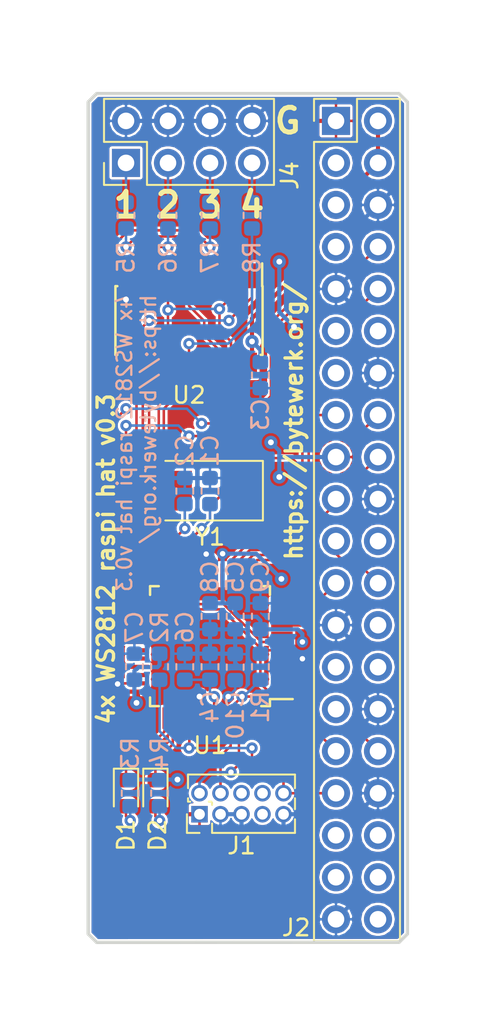
<source format=kicad_pcb>
(kicad_pcb (version 20171130) (host pcbnew 5.0.0-fee4fd1~66~ubuntu18.04.1)
  (layers (0 F.Cu signal) (31 B.Cu signal) (34 B.Paste user) (35 F.Paste user) (36 B.SilkS user) (37 F.SilkS user) (38 B.Mask user) (39 F.Mask user) (44 Edge.Cuts user))
  (net 0 "")
  (net 1 "Net-(C1-Pad1)")
  (net 2 GND)
  (net 3 "Net-(C2-Pad1)")
  (net 4 +3V3)
  (net 5 +5V)
  (net 6 "Net-(D1-Pad2)")
  (net 7 "Net-(D2-Pad2)")
  (net 8 SWDIO)
  (net 9 SWCLK)
  (net 10 "Net-(J1-Pad6)")
  (net 11 "Net-(J1-Pad7)")
  (net 12 "Net-(J1-Pad8)")
  (net 13 NRST)
  (net 14 "Net-(J2-Pad3)")
  (net 15 "Net-(J2-Pad5)")
  (net 16 "Net-(J2-Pad7)")
  (net 17 UART5_RX)
  (net 18 UART5_TX)
  (net 19 "Net-(J2-Pad11)")
  (net 20 "Net-(J2-Pad12)")
  (net 21 "Net-(J2-Pad13)")
  (net 22 GPIO_A01)
  (net 23 GPIO_A02)
  (net 24 GPIO_A03)
  (net 25 SPI0_MOSI)
  (net 26 SPI0_MISO)
  (net 27 "Net-(J2-Pad22)")
  (net 28 SPI0_SCK)
  (net 29 SPI0_CS)
  (net 30 "Net-(J2-Pad26)")
  (net 31 "Net-(J2-Pad27)")
  (net 32 "Net-(J2-Pad28)")
  (net 33 "Net-(J2-Pad29)")
  (net 34 "Net-(J2-Pad35)")
  (net 35 "Net-(J2-Pad36)")
  (net 36 "Net-(J2-Pad37)")
  (net 37 "Net-(J2-Pad38)")
  (net 38 "Net-(J2-Pad40)")
  (net 39 "Net-(J4-Pad1)")
  (net 40 "Net-(J4-Pad3)")
  (net 41 "Net-(J4-Pad5)")
  (net 42 "Net-(J4-Pad7)")
  (net 43 SPI1_MOSI)
  (net 44 SPI4_MOSI)
  (net 45 "Net-(U1-Pad8)")
  (net 46 SPI2_MOSI)
  (net 47 "Net-(U1-Pad22)")
  (net 48 SPI3_MOSI)
  (net 49 "Net-(U1-Pad27)")
  (net 50 "Net-(U1-Pad31)")
  (net 51 "Net-(U1-Pad32)")
  (net 52 "Net-(U1-Pad33)")
  (net 53 "Net-(U1-Pad34)")
  (net 54 "Net-(U1-Pad47)")
  (net 55 "Net-(U1-Pad39)")
  (net 56 "Net-(U1-Pad41)")
  (net 57 "Net-(U1-Pad2)")
  (net 58 "Net-(U1-Pad3)")
  (net 59 "Net-(U1-Pad4)")
  (net 60 "Net-(U1-Pad48)")
  (net 61 "Net-(U1-Pad28)")
  (net 62 LED0)
  (net 63 LED1)
  (net 64 "Net-(U1-Pad19)")
  (net 65 "Net-(U1-Pad20)")
  (net 66 "Net-(U1-Pad26)")
  (net 67 INVERT)
  (net 68 "Net-(C4-Pad1)")
  (net 69 "Net-(R7-Pad2)")
  (net 70 "Net-(R6-Pad2)")
  (net 71 "Net-(R5-Pad2)")
  (net 72 "Net-(R8-Pad2)")
  (module Resistor_SMD:R_0603_1608Metric (layer B.Cu) (at 104.14 57.785 270)
    (fp_text reference R8 (at 2.54 0 270) (layer B.SilkS) (effects (justify mirror)))
    (fp_text value 47R)
    (pad 2 smd roundrect (at 0.7875 0 270) (size 0.875 0.95) (layers B.Cu B.Paste B.Mask) (net 72 "Net-(R8-Pad2)"))
    (pad 1 smd roundrect (at -0.7875 0 270) (size 0.875 0.95) (layers B.Cu B.Paste B.Mask) (net 42 "Net-(J4-Pad7)"))
  )
  (module Resistor_SMD:R_0603_1608Metric (layer B.Cu) (at 96.52 57.785 270)
    (fp_text reference R5 (at 2.54 0 270) (layer B.SilkS) (effects (justify mirror)))
    (fp_text value 47R)
    (pad 1 smd roundrect (at -0.7875 0 270) (size 0.875 0.95) (layers B.Cu B.Paste B.Mask) (net 39 "Net-(J4-Pad1)"))
    (pad 2 smd roundrect (at 0.7875 0 270) (size 0.875 0.95) (layers B.Cu B.Paste B.Mask) (net 71 "Net-(R5-Pad2)"))
  )
  (module Resistor_SMD:R_0603_1608Metric (layer B.Cu) (at 99.06 57.785 270)
    (fp_text reference R6 (at 2.54 0 270) (layer B.SilkS) (effects (justify mirror)))
    (fp_text value 47R)
    (pad 2 smd roundrect (at 0.7875 0 270) (size 0.875 0.95) (layers B.Cu B.Paste B.Mask) (net 70 "Net-(R6-Pad2)"))
    (pad 1 smd roundrect (at -0.7875 0 270) (size 0.875 0.95) (layers B.Cu B.Paste B.Mask) (net 40 "Net-(J4-Pad3)"))
  )
  (module Resistor_SMD:R_0603_1608Metric (layer B.Cu) (at 101.6 57.785 270)
    (fp_text reference R7 (at 2.54 0 270) (layer B.SilkS) (effects (justify mirror)))
    (fp_text value 47R)
    (pad 1 smd roundrect (at -0.7875 0 270) (size 0.875 0.95) (layers B.Cu B.Paste B.Mask) (net 41 "Net-(J4-Pad5)"))
    (pad 2 smd roundrect (at 0.7875 0 270) (size 0.875 0.95) (layers B.Cu B.Paste B.Mask) (net 69 "Net-(R7-Pad2)"))
  )
  (module Capacitor_SMD:C_0603_1608Metric (layer B.Cu) (at 103.124 85.09 90)
    (fp_text reference C10 (at -2.921 0 90) (layer B.SilkS) (effects (justify mirror)))
    (fp_text value 100nF)
    (pad 1 smd roundrect (at -0.7875 0 90) (size 0.875 0.95) (layers B.Cu B.Paste B.Mask) (net 4 +3V3))
    (pad 2 smd roundrect (at 0.7875 0 90) (size 0.875 0.95) (layers B.Cu B.Paste B.Mask) (net 2 GND))
  )
  (module Package_SO:SOIC-14_3.9x8.7mm_P1.27mm (layer F.Cu) (at 100.33 64.135 270)
    (fp_text reference U2 (at 4.5085 0) (layer F.SilkS))
    (fp_text value 74LS86)
    (pad 1 smd rect (at -2.7 -3.81 270) (size 1.5 0.6) (layers F.Cu F.Paste F.Mask) (net 48 SPI3_MOSI))
    (pad 2 smd rect (at -2.7 -2.54 270) (size 1.5 0.6) (layers F.Cu F.Paste F.Mask) (net 67 INVERT))
    (pad 3 smd rect (at -2.7 -1.27 270) (size 1.5 0.6) (layers F.Cu F.Paste F.Mask) (net 71 "Net-(R5-Pad2)"))
    (pad 4 smd rect (at -2.7 0 270) (size 1.5 0.6) (layers F.Cu F.Paste F.Mask) (net 46 SPI2_MOSI))
    (pad 5 smd rect (at -2.7 1.27 270) (size 1.5 0.6) (layers F.Cu F.Paste F.Mask) (net 67 INVERT))
    (pad 6 smd rect (at -2.7 2.54 270) (size 1.5 0.6) (layers F.Cu F.Paste F.Mask) (net 70 "Net-(R6-Pad2)"))
    (pad 7 smd rect (at -2.7 3.81 270) (size 1.5 0.6) (layers F.Cu F.Paste F.Mask) (net 2 GND))
    (pad 8 smd rect (at 2.7 3.81 270) (size 1.5 0.6) (layers F.Cu F.Paste F.Mask) (net 69 "Net-(R7-Pad2)"))
    (pad 9 smd rect (at 2.7 2.54 270) (size 1.5 0.6) (layers F.Cu F.Paste F.Mask) (net 43 SPI1_MOSI))
    (pad 10 smd rect (at 2.7 1.27 270) (size 1.5 0.6) (layers F.Cu F.Paste F.Mask) (net 67 INVERT))
    (pad 11 smd rect (at 2.7 0 270) (size 1.5 0.6) (layers F.Cu F.Paste F.Mask) (net 72 "Net-(R8-Pad2)"))
    (pad 12 smd rect (at 2.7 -1.27 270) (size 1.5 0.6) (layers F.Cu F.Paste F.Mask) (net 44 SPI4_MOSI))
    (pad 13 smd rect (at 2.7 -2.54 270) (size 1.5 0.6) (layers F.Cu F.Paste F.Mask) (net 67 INVERT))
    (pad 14 smd rect (at 2.7 -3.81 270) (size 1.5 0.6) (layers F.Cu F.Paste F.Mask) (net 5 +5V))
  )
  (module Capacitor_SMD:C_0603_1608Metric (layer B.Cu) (at 101.6 74.4475 90)
    (fp_text reference C1 (at 2.4385 0 90) (layer B.SilkS) (effects (justify mirror)))
    (fp_text value 18pF)
    (pad 2 smd roundrect (at 0.7875 0 90) (size 0.875 0.95) (layers B.Cu B.Paste B.Mask) (net 2 GND))
    (pad 1 smd roundrect (at -0.7875 0 90) (size 0.875 0.95) (layers B.Cu B.Paste B.Mask) (net 1 "Net-(C1-Pad1)"))
  )
  (module Capacitor_SMD:C_0603_1608Metric (layer B.Cu) (at 100.076 74.4475 90)
    (fp_text reference C2 (at 2.4385 0 90) (layer B.SilkS) (effects (justify mirror)))
    (fp_text value 18pF)
    (pad 1 smd roundrect (at -0.7875 0 90) (size 0.875 0.95) (layers B.Cu B.Paste B.Mask) (net 3 "Net-(C2-Pad1)"))
    (pad 2 smd roundrect (at 0.7875 0 90) (size 0.875 0.95) (layers B.Cu B.Paste B.Mask) (net 2 GND))
  )
  (module Capacitor_SMD:C_0603_1608Metric (layer B.Cu) (at 104.648 67.437 270)
    (fp_text reference C3 (at 2.3875 0 270) (layer B.SilkS) (effects (justify mirror)))
    (fp_text value 1uF)
    (pad 2 smd roundrect (at 0.7875 0 270) (size 0.875 0.95) (layers B.Cu B.Paste B.Mask) (net 2 GND))
    (pad 1 smd roundrect (at -0.7875 0 270) (size 0.875 0.95) (layers B.Cu B.Paste B.Mask) (net 5 +5V))
  )
  (module Capacitor_SMD:C_0603_1608Metric (layer B.Cu) (at 101.6 85.0645 90)
    (fp_text reference C4 (at -2.4385 0 90) (layer B.SilkS) (effects (justify mirror)))
    (fp_text value 1uF)
    (pad 1 smd roundrect (at -0.7875 0 90) (size 0.875 0.95) (layers B.Cu B.Paste B.Mask) (net 68 "Net-(C4-Pad1)"))
    (pad 2 smd roundrect (at 0.7875 0 90) (size 0.875 0.95) (layers B.Cu B.Paste B.Mask) (net 2 GND))
  )
  (module Capacitor_SMD:C_0603_1608Metric (layer B.Cu) (at 103.124 82.0165 270)
    (fp_text reference C5 (at -2.3875 0 270) (layer B.SilkS) (effects (justify mirror)))
    (fp_text value 1uF)
    (pad 2 smd roundrect (at 0.7875 0 270) (size 0.875 0.95) (layers B.Cu B.Paste B.Mask) (net 2 GND))
    (pad 1 smd roundrect (at -0.7875 0 270) (size 0.875 0.95) (layers B.Cu B.Paste B.Mask) (net 4 +3V3))
  )
  (module Capacitor_SMD:C_0603_1608Metric (layer B.Cu) (at 100.076 85.0645 90)
    (fp_text reference C6 (at 2.3875 0 90) (layer B.SilkS) (effects (justify mirror)))
    (fp_text value 100nF)
    (pad 1 smd roundrect (at -0.7875 0 90) (size 0.875 0.95) (layers B.Cu B.Paste B.Mask) (net 68 "Net-(C4-Pad1)"))
    (pad 2 smd roundrect (at 0.7875 0 90) (size 0.875 0.95) (layers B.Cu B.Paste B.Mask) (net 2 GND))
  )
  (module Capacitor_SMD:C_0603_1608Metric (layer B.Cu) (at 97.028 85.0645 90)
    (fp_text reference C7 (at 2.3875 0 90) (layer B.SilkS) (effects (justify mirror)))
    (fp_text value 100nF)
    (pad 2 smd roundrect (at 0.7875 0 90) (size 0.875 0.95) (layers B.Cu B.Paste B.Mask) (net 2 GND))
    (pad 1 smd roundrect (at -0.7875 0 90) (size 0.875 0.95) (layers B.Cu B.Paste B.Mask) (net 4 +3V3))
  )
  (module Capacitor_SMD:C_0603_1608Metric (layer B.Cu) (at 101.6 82.0165 270)
    (fp_text reference C8 (at -2.3875 0 270) (layer B.SilkS) (effects (justify mirror)))
    (fp_text value 100nF)
    (pad 1 smd roundrect (at -0.7875 0 270) (size 0.875 0.95) (layers B.Cu B.Paste B.Mask) (net 4 +3V3))
    (pad 2 smd roundrect (at 0.7875 0 270) (size 0.875 0.95) (layers B.Cu B.Paste B.Mask) (net 2 GND))
  )
  (module Capacitor_SMD:C_0603_1608Metric (layer B.Cu) (at 104.648 82.0165 90)
    (fp_text reference C9 (at 2.3875 0 90) (layer B.SilkS) (effects (justify mirror)))
    (fp_text value 100nF)
    (pad 2 smd roundrect (at 0.7875 0 90) (size 0.875 0.95) (layers B.Cu B.Paste B.Mask) (net 2 GND))
    (pad 1 smd roundrect (at -0.7875 0 90) (size 0.875 0.95) (layers B.Cu B.Paste B.Mask) (net 4 +3V3))
  )
  (module Connector_PinHeader_1.27mm:PinHeader_2x05_P1.27mm_Vertical (layer F.Cu) (at 100.965 93.98 90)
    (fp_text reference J1 (at -1.905 2.54 180) (layer F.SilkS))
    (fp_text value Conn_ARM_JTAG_SWD_10)
    (pad 1 thru_hole rect (at 0 0 90) (size 1 1) (drill 0.65) (layers *.Cu *.Mask) (net 4 +3V3))
    (pad 2 thru_hole oval (at 1.27 0 90) (size 1 1) (drill 0.65) (layers *.Cu *.Mask) (net 8 SWDIO))
    (pad 3 thru_hole oval (at 0 1.27 90) (size 1 1) (drill 0.65) (layers *.Cu *.Mask) (net 2 GND))
    (pad 4 thru_hole oval (at 1.27 1.27 90) (size 1 1) (drill 0.65) (layers *.Cu *.Mask) (net 9 SWCLK))
    (pad 5 thru_hole oval (at 0 2.54 90) (size 1 1) (drill 0.65) (layers *.Cu *.Mask) (net 2 GND))
    (pad 6 thru_hole oval (at 1.27 2.54 90) (size 1 1) (drill 0.65) (layers *.Cu *.Mask) (net 10 "Net-(J1-Pad6)"))
    (pad 7 thru_hole oval (at 0 3.81 90) (size 1 1) (drill 0.65) (layers *.Cu *.Mask) (net 11 "Net-(J1-Pad7)"))
    (pad 8 thru_hole oval (at 1.27 3.81 90) (size 1 1) (drill 0.65) (layers *.Cu *.Mask) (net 12 "Net-(J1-Pad8)"))
    (pad 9 thru_hole oval (at 0 5.08 90) (size 1 1) (drill 0.65) (layers *.Cu *.Mask) (net 2 GND))
    (pad 10 thru_hole oval (at 1.27 5.08 90) (size 1 1) (drill 0.65) (layers *.Cu *.Mask) (net 13 NRST))
  )
  (module Connector_PinHeader_2.54mm:PinHeader_2x04_P2.54mm_Vertical (layer F.Cu) (at 96.52 54.61 90)
    (fp_text reference J4 (at -0.762 9.906 270) (layer F.SilkS))
    (fp_text value Conn_02x04_Odd_Even)
    (pad 1 thru_hole rect (at 0 0 90) (size 1.7 1.7) (drill 1) (layers *.Cu *.Mask) (net 39 "Net-(J4-Pad1)"))
    (pad 2 thru_hole oval (at 2.54 0 90) (size 1.7 1.7) (drill 1) (layers *.Cu *.Mask) (net 2 GND))
    (pad 3 thru_hole oval (at 0 2.54 90) (size 1.7 1.7) (drill 1) (layers *.Cu *.Mask) (net 40 "Net-(J4-Pad3)"))
    (pad 4 thru_hole oval (at 2.54 2.54 90) (size 1.7 1.7) (drill 1) (layers *.Cu *.Mask) (net 2 GND))
    (pad 5 thru_hole oval (at 0 5.08 90) (size 1.7 1.7) (drill 1) (layers *.Cu *.Mask) (net 41 "Net-(J4-Pad5)"))
    (pad 6 thru_hole oval (at 2.54 5.08 90) (size 1.7 1.7) (drill 1) (layers *.Cu *.Mask) (net 2 GND))
    (pad 7 thru_hole oval (at 0 7.62 90) (size 1.7 1.7) (drill 1) (layers *.Cu *.Mask) (net 42 "Net-(J4-Pad7)"))
    (pad 8 thru_hole oval (at 2.54 7.62 90) (size 1.7 1.7) (drill 1) (layers *.Cu *.Mask) (net 2 GND))
  )
  (module Connector_PinHeader_2.54mm:PinHeader_2x20_P2.54mm_Vertical (layer F.Cu) (at 109.22 52.07)
    (fp_text reference J2 (at -2.413 48.768) (layer F.SilkS))
    (fp_text value Raspberry_Pi_2_3)
    (pad 1 thru_hole rect (at 0 0) (size 1.7 1.7) (drill 1) (layers *.Cu *.Mask) (net 4 +3V3))
    (pad 2 thru_hole oval (at 2.54 0) (size 1.7 1.7) (drill 1) (layers *.Cu *.Mask) (net 5 +5V))
    (pad 3 thru_hole oval (at 0 2.54) (size 1.7 1.7) (drill 1) (layers *.Cu *.Mask) (net 14 "Net-(J2-Pad3)"))
    (pad 4 thru_hole oval (at 2.54 2.54) (size 1.7 1.7) (drill 1) (layers *.Cu *.Mask) (net 5 +5V))
    (pad 5 thru_hole oval (at 0 5.08) (size 1.7 1.7) (drill 1) (layers *.Cu *.Mask) (net 15 "Net-(J2-Pad5)"))
    (pad 6 thru_hole oval (at 2.54 5.08) (size 1.7 1.7) (drill 1) (layers *.Cu *.Mask) (net 2 GND))
    (pad 7 thru_hole oval (at 0 7.62) (size 1.7 1.7) (drill 1) (layers *.Cu *.Mask) (net 16 "Net-(J2-Pad7)"))
    (pad 8 thru_hole oval (at 2.54 7.62) (size 1.7 1.7) (drill 1) (layers *.Cu *.Mask) (net 17 UART5_RX))
    (pad 9 thru_hole oval (at 0 10.16) (size 1.7 1.7) (drill 1) (layers *.Cu *.Mask) (net 2 GND))
    (pad 10 thru_hole oval (at 2.54 10.16) (size 1.7 1.7) (drill 1) (layers *.Cu *.Mask) (net 18 UART5_TX))
    (pad 11 thru_hole oval (at 0 12.7) (size 1.7 1.7) (drill 1) (layers *.Cu *.Mask) (net 19 "Net-(J2-Pad11)"))
    (pad 12 thru_hole oval (at 2.54 12.7) (size 1.7 1.7) (drill 1) (layers *.Cu *.Mask) (net 20 "Net-(J2-Pad12)"))
    (pad 13 thru_hole oval (at 0 15.24) (size 1.7 1.7) (drill 1) (layers *.Cu *.Mask) (net 21 "Net-(J2-Pad13)"))
    (pad 14 thru_hole oval (at 2.54 15.24) (size 1.7 1.7) (drill 1) (layers *.Cu *.Mask) (net 2 GND))
    (pad 15 thru_hole oval (at 0 17.78) (size 1.7 1.7) (drill 1) (layers *.Cu *.Mask) (net 22 GPIO_A01))
    (pad 16 thru_hole oval (at 2.54 17.78) (size 1.7 1.7) (drill 1) (layers *.Cu *.Mask) (net 23 GPIO_A02))
    (pad 17 thru_hole oval (at 0 20.32) (size 1.7 1.7) (drill 1) (layers *.Cu *.Mask) (net 4 +3V3))
    (pad 18 thru_hole oval (at 2.54 20.32) (size 1.7 1.7) (drill 1) (layers *.Cu *.Mask) (net 24 GPIO_A03))
    (pad 19 thru_hole oval (at 0 22.86) (size 1.7 1.7) (drill 1) (layers *.Cu *.Mask) (net 25 SPI0_MOSI))
    (pad 20 thru_hole oval (at 2.54 22.86) (size 1.7 1.7) (drill 1) (layers *.Cu *.Mask) (net 2 GND))
    (pad 21 thru_hole oval (at 0 25.4) (size 1.7 1.7) (drill 1) (layers *.Cu *.Mask) (net 26 SPI0_MISO))
    (pad 22 thru_hole oval (at 2.54 25.4) (size 1.7 1.7) (drill 1) (layers *.Cu *.Mask) (net 27 "Net-(J2-Pad22)"))
    (pad 23 thru_hole oval (at 0 27.94) (size 1.7 1.7) (drill 1) (layers *.Cu *.Mask) (net 28 SPI0_SCK))
    (pad 24 thru_hole oval (at 2.54 27.94) (size 1.7 1.7) (drill 1) (layers *.Cu *.Mask) (net 29 SPI0_CS))
    (pad 25 thru_hole oval (at 0 30.48) (size 1.7 1.7) (drill 1) (layers *.Cu *.Mask) (net 2 GND))
    (pad 26 thru_hole oval (at 2.54 30.48) (size 1.7 1.7) (drill 1) (layers *.Cu *.Mask) (net 30 "Net-(J2-Pad26)"))
    (pad 27 thru_hole oval (at 0 33.02) (size 1.7 1.7) (drill 1) (layers *.Cu *.Mask) (net 31 "Net-(J2-Pad27)"))
    (pad 28 thru_hole oval (at 2.54 33.02) (size 1.7 1.7) (drill 1) (layers *.Cu *.Mask) (net 32 "Net-(J2-Pad28)"))
    (pad 29 thru_hole oval (at 0 35.56) (size 1.7 1.7) (drill 1) (layers *.Cu *.Mask) (net 33 "Net-(J2-Pad29)"))
    (pad 30 thru_hole oval (at 2.54 35.56) (size 1.7 1.7) (drill 1) (layers *.Cu *.Mask) (net 2 GND))
    (pad 31 thru_hole oval (at 0 38.1) (size 1.7 1.7) (drill 1) (layers *.Cu *.Mask) (net 8 SWDIO))
    (pad 32 thru_hole oval (at 2.54 38.1) (size 1.7 1.7) (drill 1) (layers *.Cu *.Mask) (net 9 SWCLK))
    (pad 33 thru_hole oval (at 0 40.64) (size 1.7 1.7) (drill 1) (layers *.Cu *.Mask) (net 13 NRST))
    (pad 34 thru_hole oval (at 2.54 40.64) (size 1.7 1.7) (drill 1) (layers *.Cu *.Mask) (net 2 GND))
    (pad 35 thru_hole oval (at 0 43.18) (size 1.7 1.7) (drill 1) (layers *.Cu *.Mask) (net 34 "Net-(J2-Pad35)"))
    (pad 36 thru_hole oval (at 2.54 43.18) (size 1.7 1.7) (drill 1) (layers *.Cu *.Mask) (net 35 "Net-(J2-Pad36)"))
    (pad 37 thru_hole oval (at 0 45.72) (size 1.7 1.7) (drill 1) (layers *.Cu *.Mask) (net 36 "Net-(J2-Pad37)"))
    (pad 38 thru_hole oval (at 2.54 45.72) (size 1.7 1.7) (drill 1) (layers *.Cu *.Mask) (net 37 "Net-(J2-Pad38)"))
    (pad 39 thru_hole oval (at 0 48.26) (size 1.7 1.7) (drill 1) (layers *.Cu *.Mask) (net 2 GND))
    (pad 40 thru_hole oval (at 2.54 48.26) (size 1.7 1.7) (drill 1) (layers *.Cu *.Mask) (net 38 "Net-(J2-Pad40)"))
  )
  (module Crystal:Crystal_SMD_Abracon_ABM3-2Pin_5.0x3.2mm (layer F.Cu) (at 101.6 74.422 180)
    (fp_text reference Y1 (at 0 -2.8 180) (layer F.SilkS))
    (fp_text value 8MHz)
    (pad 1 smd rect (at -2.05 0 180) (size 1.9 2.4) (layers F.Cu F.Paste F.Mask) (net 1 "Net-(C1-Pad1)"))
    (pad 2 smd rect (at 2.05 0 180) (size 1.9 2.4) (layers F.Cu F.Paste F.Mask) (net 3 "Net-(C2-Pad1)"))
  )
  (module LED_SMD:LED_0603_1608Metric (layer F.Cu) (at 96.52 92.71 270)
    (fp_text reference D1 (at 2.54 0 270) (layer F.SilkS))
    (fp_text value red)
    (pad 2 smd roundrect (at 0.7875 0 270) (size 0.875 0.95) (layers F.Cu F.Paste F.Mask) (net 6 "Net-(D1-Pad2)"))
    (pad 1 smd roundrect (at -0.7875 0 270) (size 0.875 0.95) (layers F.Cu F.Paste F.Mask) (net 62 LED0))
  )
  (module LED_SMD:LED_0603_1608Metric (layer F.Cu) (at 98.298 92.71 270)
    (fp_text reference D2 (at 2.54 -0.127 270) (layer F.SilkS))
    (fp_text value yellow)
    (pad 1 smd roundrect (at -0.7875 0 270) (size 0.875 0.95) (layers F.Cu F.Paste F.Mask) (net 63 LED1))
    (pad 2 smd roundrect (at 0.7875 0 270) (size 0.875 0.95) (layers F.Cu F.Paste F.Mask) (net 7 "Net-(D2-Pad2)"))
  )
  (module Package_QFP:TQFP-48_7x7mm_P0.5mm (layer F.Cu) (at 101.6 83.82 180)
    (fp_text reference U1 (at 0 -6 180) (layer F.SilkS))
    (fp_text value SAMC21G18A-A)
    (pad 1 smd rect (at -4.35 -2.75 180) (size 1.3 0.25) (layers F.Cu F.Paste F.Mask) (net 43 SPI1_MOSI))
    (pad 2 smd rect (at -4.35 -2.25 180) (size 1.3 0.25) (layers F.Cu F.Paste F.Mask) (net 57 "Net-(U1-Pad2)"))
    (pad 3 smd rect (at -4.35 -1.75 180) (size 1.3 0.25) (layers F.Cu F.Paste F.Mask) (net 58 "Net-(U1-Pad3)"))
    (pad 4 smd rect (at -4.35 -1.25 180) (size 1.3 0.25) (layers F.Cu F.Paste F.Mask) (net 59 "Net-(U1-Pad4)"))
    (pad 5 smd rect (at -4.35 -0.75 180) (size 1.3 0.25) (layers F.Cu F.Paste F.Mask) (net 2 GND))
    (pad 6 smd rect (at -4.35 -0.25 180) (size 1.3 0.25) (layers F.Cu F.Paste F.Mask) (net 4 +3V3))
    (pad 7 smd rect (at -4.35 0.25 180) (size 1.3 0.25) (layers F.Cu F.Paste F.Mask) (net 44 SPI4_MOSI))
    (pad 8 smd rect (at -4.35 0.75 180) (size 1.3 0.25) (layers F.Cu F.Paste F.Mask) (net 45 "Net-(U1-Pad8)"))
    (pad 9 smd rect (at -4.35 1.25 180) (size 1.3 0.25) (layers F.Cu F.Paste F.Mask) (net 26 SPI0_MISO))
    (pad 10 smd rect (at -4.35 1.75 180) (size 1.3 0.25) (layers F.Cu F.Paste F.Mask) (net 28 SPI0_SCK))
    (pad 11 smd rect (at -4.35 2.25 180) (size 1.3 0.25) (layers F.Cu F.Paste F.Mask) (net 29 SPI0_CS))
    (pad 12 smd rect (at -4.35 2.75 180) (size 1.3 0.25) (layers F.Cu F.Paste F.Mask) (net 25 SPI0_MOSI))
    (pad 13 smd rect (at -2.75 4.35 270) (size 1.3 0.25) (layers F.Cu F.Paste F.Mask) (net 24 GPIO_A03))
    (pad 14 smd rect (at -2.25 4.35 270) (size 1.3 0.25) (layers F.Cu F.Paste F.Mask) (net 23 GPIO_A02))
    (pad 15 smd rect (at -1.75 4.35 270) (size 1.3 0.25) (layers F.Cu F.Paste F.Mask) (net 22 GPIO_A01))
    (pad 16 smd rect (at -1.25 4.35 270) (size 1.3 0.25) (layers F.Cu F.Paste F.Mask) (net 67 INVERT))
    (pad 17 smd rect (at -0.75 4.35 270) (size 1.3 0.25) (layers F.Cu F.Paste F.Mask) (net 4 +3V3))
    (pad 18 smd rect (at -0.25 4.35 270) (size 1.3 0.25) (layers F.Cu F.Paste F.Mask) (net 2 GND))
    (pad 19 smd rect (at 0.25 4.35 270) (size 1.3 0.25) (layers F.Cu F.Paste F.Mask) (net 64 "Net-(U1-Pad19)"))
    (pad 20 smd rect (at 0.75 4.35 270) (size 1.3 0.25) (layers F.Cu F.Paste F.Mask) (net 65 "Net-(U1-Pad20)"))
    (pad 21 smd rect (at 1.25 4.35 270) (size 1.3 0.25) (layers F.Cu F.Paste F.Mask) (net 46 SPI2_MOSI))
    (pad 22 smd rect (at 1.75 4.35 270) (size 1.3 0.25) (layers F.Cu F.Paste F.Mask) (net 47 "Net-(U1-Pad22)"))
    (pad 23 smd rect (at 2.25 4.35 270) (size 1.3 0.25) (layers F.Cu F.Paste F.Mask) (net 1 "Net-(C1-Pad1)"))
    (pad 24 smd rect (at 2.75 4.35 270) (size 1.3 0.25) (layers F.Cu F.Paste F.Mask) (net 3 "Net-(C2-Pad1)"))
    (pad 25 smd rect (at 4.35 2.75 180) (size 1.3 0.25) (layers F.Cu F.Paste F.Mask) (net 48 SPI3_MOSI))
    (pad 26 smd rect (at 4.35 2.25 180) (size 1.3 0.25) (layers F.Cu F.Paste F.Mask) (net 66 "Net-(U1-Pad26)"))
    (pad 27 smd rect (at 4.35 1.75 180) (size 1.3 0.25) (layers F.Cu F.Paste F.Mask) (net 49 "Net-(U1-Pad27)"))
    (pad 28 smd rect (at 4.35 1.25 180) (size 1.3 0.25) (layers F.Cu F.Paste F.Mask) (net 61 "Net-(U1-Pad28)"))
    (pad 29 smd rect (at 4.35 0.75 180) (size 1.3 0.25) (layers F.Cu F.Paste F.Mask) (net 18 UART5_TX))
    (pad 30 smd rect (at 4.35 0.25 180) (size 1.3 0.25) (layers F.Cu F.Paste F.Mask) (net 17 UART5_RX))
    (pad 31 smd rect (at 4.35 -0.25 180) (size 1.3 0.25) (layers F.Cu F.Paste F.Mask) (net 50 "Net-(U1-Pad31)"))
    (pad 32 smd rect (at 4.35 -0.75 180) (size 1.3 0.25) (layers F.Cu F.Paste F.Mask) (net 51 "Net-(U1-Pad32)"))
    (pad 33 smd rect (at 4.35 -1.25 180) (size 1.3 0.25) (layers F.Cu F.Paste F.Mask) (net 52 "Net-(U1-Pad33)"))
    (pad 34 smd rect (at 4.35 -1.75 180) (size 1.3 0.25) (layers F.Cu F.Paste F.Mask) (net 53 "Net-(U1-Pad34)"))
    (pad 35 smd rect (at 4.35 -2.25 180) (size 1.3 0.25) (layers F.Cu F.Paste F.Mask) (net 2 GND))
    (pad 36 smd rect (at 4.35 -2.75 180) (size 1.3 0.25) (layers F.Cu F.Paste F.Mask) (net 4 +3V3))
    (pad 37 smd rect (at 2.75 -4.35 270) (size 1.3 0.25) (layers F.Cu F.Paste F.Mask) (net 62 LED0))
    (pad 38 smd rect (at 2.25 -4.35 270) (size 1.3 0.25) (layers F.Cu F.Paste F.Mask) (net 63 LED1))
    (pad 39 smd rect (at 1.75 -4.35 270) (size 1.3 0.25) (layers F.Cu F.Paste F.Mask) (net 55 "Net-(U1-Pad39)"))
    (pad 40 smd rect (at 1.25 -4.35 270) (size 1.3 0.25) (layers F.Cu F.Paste F.Mask) (net 13 NRST))
    (pad 41 smd rect (at 0.75 -4.35 270) (size 1.3 0.25) (layers F.Cu F.Paste F.Mask) (net 56 "Net-(U1-Pad41)"))
    (pad 42 smd rect (at 0.25 -4.35 270) (size 1.3 0.25) (layers F.Cu F.Paste F.Mask) (net 2 GND))
    (pad 43 smd rect (at -0.25 -4.35 270) (size 1.3 0.25) (layers F.Cu F.Paste F.Mask) (net 68 "Net-(C4-Pad1)"))
    (pad 44 smd rect (at -0.75 -4.35 270) (size 1.3 0.25) (layers F.Cu F.Paste F.Mask) (net 4 +3V3))
    (pad 45 smd rect (at -1.25 -4.35 270) (size 1.3 0.25) (layers F.Cu F.Paste F.Mask) (net 9 SWCLK))
    (pad 46 smd rect (at -1.75 -4.35 270) (size 1.3 0.25) (layers F.Cu F.Paste F.Mask) (net 8 SWDIO))
    (pad 47 smd rect (at -2.25 -4.35 270) (size 1.3 0.25) (layers F.Cu F.Paste F.Mask) (net 54 "Net-(U1-Pad47)"))
    (pad 48 smd rect (at -2.75 -4.35 270) (size 1.3 0.25) (layers F.Cu F.Paste F.Mask) (net 60 "Net-(U1-Pad48)"))
  )
  (module Resistor_SMD:R_0603_1608Metric (layer B.Cu) (at 96.774 92.71 270)
    (fp_text reference R3 (at -2.413 0 270) (layer B.SilkS) (effects (justify mirror)))
    (fp_text value 1K)
    (pad 2 smd roundrect (at 0.7875 0 270) (size 0.875 0.95) (layers B.Cu B.Paste B.Mask) (net 6 "Net-(D1-Pad2)"))
    (pad 1 smd roundrect (at -0.7875 0 270) (size 0.875 0.95) (layers B.Cu B.Paste B.Mask) (net 4 +3V3))
  )
  (module Resistor_SMD:R_0603_1608Metric (layer B.Cu) (at 98.552 92.71 270)
    (fp_text reference R4 (at -2.413 0 270) (layer B.SilkS) (effects (justify mirror)))
    (fp_text value 1K)
    (pad 1 smd roundrect (at -0.7875 0 270) (size 0.875 0.95) (layers B.Cu B.Paste B.Mask) (net 4 +3V3))
    (pad 2 smd roundrect (at 0.7875 0 270) (size 0.875 0.95) (layers B.Cu B.Paste B.Mask) (net 7 "Net-(D2-Pad2)"))
  )
  (module Resistor_SMD:R_0603_1608Metric (layer B.Cu) (at 104.648 85.0645 270)
    (fp_text reference R1 (at 2.4385 0 270) (layer B.SilkS) (effects (justify mirror)))
    (fp_text value 10K)
    (pad 2 smd roundrect (at 0.7875 0 270) (size 0.875 0.95) (layers B.Cu B.Paste B.Mask) (net 9 SWCLK))
    (pad 1 smd roundrect (at -0.7875 0 270) (size 0.875 0.95) (layers B.Cu B.Paste B.Mask) (net 4 +3V3))
  )
  (module Resistor_SMD:R_0603_1608Metric (layer B.Cu) (at 98.552 85.0645 270)
    (fp_text reference R2 (at -2.3875 0 270) (layer B.SilkS) (effects (justify mirror)))
    (fp_text value 10K)
    (pad 1 smd roundrect (at -0.7875 0 270) (size 0.875 0.95) (layers B.Cu B.Paste B.Mask) (net 4 +3V3))
    (pad 2 smd roundrect (at 0.7875 0 270) (size 0.875 0.95) (layers B.Cu B.Paste B.Mask) (net 13 NRST))
  )
  (gr_text G (at 106.299 52.07) (layer F.SilkS) (effects (font (size 1.5 1.5) (thickness 0.3))))
  (gr_text 4 (at 104.14 57.15) (layer F.SilkS) (effects (font (size 1.5 1.5) (thickness 0.3))))
  (gr_text 3 (at 101.6 57.15) (layer F.SilkS) (effects (font (size 1.5 1.5) (thickness 0.3))))
  (gr_text 2 (at 99.06 57.15) (layer F.SilkS) (effects (font (size 1.5 1.5) (thickness 0.3))))
  (gr_text 1 (at 96.52 57.15) (layer F.SilkS) (effects (font (size 1.5 1.5) (thickness 0.3))))
  (gr_text "4x WS2812 raspi hat v0.3" (at 95.3135 78.5495 90) (layer F.SilkS) (effects (font (size 1 1) (thickness 0.2))))
  (gr_text https://bytewerk.org/ (at 106.68 70.231 90) (layer F.SilkS) (effects (font (size 1 1) (thickness 0.2))))
  (gr_text "4x WS2812 raspi hat v0.3\nhttps://bytewerk.org/" (at 97.155 62.484 90) (layer B.SilkS) (effects (font (size 0.9 0.9) (thickness 0.14)) (justify left mirror)))
  (gr_line (start 94.234 101.219) (end 94.234 50.927) (layer Edge.Cuts) (width 0.2))
  (gr_line (start 94.742 101.727) (end 94.242 101.227) (layer Edge.Cuts) (width 0.2))
  (gr_line (start 113.038 101.719) (end 94.742 101.727) (layer Edge.Cuts) (width 0.2))
  (gr_line (start 113.538 101.219) (end 113.038 101.719) (layer Edge.Cuts) (width 0.2))
  (gr_line (start 113.538 50.927) (end 113.538 101.177) (layer Edge.Cuts) (width 0.2))
  (gr_line (start 113.03 50.419) (end 113.53 50.919) (layer Edge.Cuts) (width 0.2))
  (gr_line (start 94.742 50.419) (end 113.03 50.419) (layer Edge.Cuts) (width 0.2))
  (gr_line (start 94.242 50.919) (end 94.742 50.419) (layer Edge.Cuts) (width 0.2))
  (via (at 101.092 76.708) (size 0.6858) (drill 0.3302) (layers F.Cu B.Cu) (net 1))
  (segment (start 99.35 79.47) (end 99.35 78.45) (width 0.1524) (layer F.Cu) (net 1))
  (segment (start 99.35 78.45) (end 101.092 76.708) (width 0.1524) (layer F.Cu) (net 1))
  (segment (start 101.6 76.2) (end 101.6 75.235) (width 0.1524) (layer B.Cu) (net 1))
  (segment (start 101.092 76.708) (end 101.6 76.2) (width 0.1524) (layer B.Cu) (net 1))
  (segment (start 102.5525 74.422) (end 103.65 74.422) (width 0.1524) (layer F.Cu) (net 1))
  (segment (start 101.6 75.3745) (end 102.5525 74.422) (width 0.1524) (layer F.Cu) (net 1))
  (segment (start 101.092 76.708) (end 101.6 76.2) (width 0.1524) (layer F.Cu) (net 1))
  (segment (start 101.6 76.2) (end 101.6 75.3745) (width 0.1524) (layer F.Cu) (net 1))
  (via (at 101.369112 78.255112) (size 0.6858) (drill 0.3302) (layers F.Cu B.Cu) (net 2))
  (segment (start 102.235 93.98) (end 103.505 93.98) (width 0.25) (layer B.Cu) (net 2))
  (segment (start 103.505 94.687106) (end 103.505 93.98) (width 0.25) (layer B.Cu) (net 2))
  (segment (start 103.813894 94.996) (end 103.505 94.687106) (width 0.25) (layer B.Cu) (net 2))
  (segment (start 105.736106 94.996) (end 103.813894 94.996) (width 0.25) (layer B.Cu) (net 2))
  (segment (start 106.045 94.687106) (end 105.736106 94.996) (width 0.25) (layer B.Cu) (net 2))
  (segment (start 106.045 93.98) (end 106.045 94.687106) (width 0.25) (layer B.Cu) (net 2))
  (segment (start 110.910001 93.559999) (end 111.76 92.71) (width 0.25) (layer B.Cu) (net 2))
  (segment (start 110.49 93.98) (end 110.910001 93.559999) (width 0.25) (layer B.Cu) (net 2))
  (segment (start 109.22 100.33) (end 110.49 99.06) (width 0.25) (layer B.Cu) (net 2))
  (segment (start 110.49 99.06) (end 110.49 93.98) (width 0.25) (layer B.Cu) (net 2))
  (segment (start 106.045 93.98) (end 110.49 93.98) (width 0.25) (layer B.Cu) (net 2))
  (segment (start 110.910001 88.479999) (end 111.76 87.63) (width 0.25) (layer B.Cu) (net 2))
  (segment (start 110.49 88.9) (end 110.910001 88.479999) (width 0.25) (layer B.Cu) (net 2))
  (segment (start 111.76 92.71) (end 110.49 91.44) (width 0.25) (layer B.Cu) (net 2))
  (segment (start 110.49 91.44) (end 110.49 88.9) (width 0.25) (layer B.Cu) (net 2))
  (segment (start 110.910001 75.779999) (end 111.76 74.93) (width 0.25) (layer B.Cu) (net 2))
  (segment (start 110.49 76.2) (end 110.910001 75.779999) (width 0.25) (layer B.Cu) (net 2))
  (segment (start 109.22 82.55) (end 110.49 81.28) (width 0.25) (layer B.Cu) (net 2))
  (segment (start 110.49 81.28) (end 110.49 76.2) (width 0.25) (layer B.Cu) (net 2))
  (segment (start 110.910001 68.159999) (end 111.76 67.31) (width 0.25) (layer B.Cu) (net 2))
  (segment (start 110.49 68.58) (end 110.910001 68.159999) (width 0.25) (layer B.Cu) (net 2))
  (segment (start 111.76 74.93) (end 110.49 73.66) (width 0.25) (layer B.Cu) (net 2))
  (segment (start 110.069999 63.079999) (end 109.22 62.23) (width 0.25) (layer B.Cu) (net 2))
  (segment (start 110.49 63.5) (end 110.069999 63.079999) (width 0.25) (layer B.Cu) (net 2))
  (segment (start 111.76 67.31) (end 110.49 66.04) (width 0.25) (layer B.Cu) (net 2))
  (segment (start 110.49 66.04) (end 110.49 63.5) (width 0.25) (layer B.Cu) (net 2))
  (segment (start 110.49 58.42) (end 110.910001 57.999999) (width 0.25) (layer B.Cu) (net 2))
  (segment (start 109.22 62.23) (end 110.49 60.96) (width 0.25) (layer B.Cu) (net 2))
  (segment (start 110.910001 57.999999) (end 111.76 57.15) (width 0.25) (layer B.Cu) (net 2))
  (segment (start 110.49 60.96) (end 110.49 58.42) (width 0.25) (layer B.Cu) (net 2))
  (segment (start 104.989999 51.220001) (end 104.14 52.07) (width 0.25) (layer B.Cu) (net 2))
  (segment (start 112.301153 50.942599) (end 105.267401 50.942599) (width 0.25) (layer B.Cu) (net 2))
  (segment (start 112.887401 51.528847) (end 112.301153 50.942599) (width 0.25) (layer B.Cu) (net 2))
  (segment (start 112.887401 56.022599) (end 112.887401 51.528847) (width 0.25) (layer B.Cu) (net 2))
  (segment (start 105.267401 50.942599) (end 104.989999 51.220001) (width 0.25) (layer B.Cu) (net 2))
  (segment (start 111.76 57.15) (end 112.887401 56.022599) (width 0.25) (layer B.Cu) (net 2))
  (segment (start 104.14 52.07) (end 101.6 52.07) (width 0.25) (layer B.Cu) (net 2))
  (segment (start 101.6 52.07) (end 99.06 52.07) (width 0.25) (layer B.Cu) (net 2))
  (segment (start 99.06 52.07) (end 96.52 52.07) (width 0.25) (layer B.Cu) (net 2))
  (segment (start 101.6 82.804) (end 103.124 82.804) (width 0.25) (layer B.Cu) (net 2))
  (segment (start 103.124 82.804) (end 103.124 84.277) (width 0.25) (layer B.Cu) (net 2))
  (segment (start 103.124 84.277) (end 101.6 84.277) (width 0.25) (layer B.Cu) (net 2))
  (segment (start 101.6 84.277) (end 101.6 82.804) (width 0.25) (layer B.Cu) (net 2))
  (segment (start 101.6 84.277) (end 100.076 84.277) (width 0.25) (layer B.Cu) (net 2))
  (segment (start 100.076 73.66) (end 101.6 73.66) (width 0.25) (layer B.Cu) (net 2))
  (segment (start 100.076 73.66) (end 99.06 73.66) (width 0.25) (layer B.Cu) (net 2))
  (segment (start 99.06 73.66) (end 98.552 74.168) (width 0.25) (layer B.Cu) (net 2))
  (segment (start 98.575112 78.255112) (end 98.552 78.232) (width 0.25) (layer B.Cu) (net 2))
  (segment (start 101.369112 78.255112) (end 98.575112 78.255112) (width 0.25) (layer B.Cu) (net 2))
  (segment (start 98.552 74.168) (end 98.552 78.232) (width 0.25) (layer B.Cu) (net 2))
  (segment (start 101.85 79.47) (end 101.85 78.482) (width 0.1524) (layer F.Cu) (net 2))
  (segment (start 101.623112 78.255112) (end 101.369112 78.255112) (width 0.1524) (layer F.Cu) (net 2))
  (segment (start 101.85 78.482) (end 101.623112 78.255112) (width 0.1524) (layer F.Cu) (net 2))
  (segment (start 110.439 68.631) (end 110.49 68.58) (width 0.25) (layer B.Cu) (net 2))
  (segment (start 110.49 73.66) (end 110.49 71.12) (width 0.25) (layer B.Cu) (net 2))
  (segment (start 110.49 71.12) (end 110.49 68.58) (width 0.25) (layer B.Cu) (net 2))
  (segment (start 106.68 85.09) (end 103.378 85.09) (width 0.25) (layer B.Cu) (net 2))
  (segment (start 103.124 84.836) (end 103.124 84.277) (width 0.25) (layer B.Cu) (net 2))
  (segment (start 103.378 85.09) (end 103.124 84.836) (width 0.25) (layer B.Cu) (net 2))
  (via (at 107.188 84.582) (size 0.6858) (drill 0.3302) (layers F.Cu B.Cu) (net 2))
  (segment (start 107.188 84.582) (end 106.68 85.09) (width 0.25) (layer B.Cu) (net 2))
  (segment (start 105.95 84.57) (end 107.176 84.57) (width 0.1524) (layer F.Cu) (net 2))
  (segment (start 107.176 84.57) (end 107.188 84.582) (width 0.1524) (layer F.Cu) (net 2))
  (segment (start 106.68 85.09) (end 106.845101 84.924899) (width 0.1524) (layer B.Cu) (net 2))
  (segment (start 106.845101 84.924899) (end 107.188 84.582) (width 0.1524) (layer B.Cu) (net 2))
  (segment (start 110.069999 83.399999) (end 109.22 82.55) (width 0.25) (layer B.Cu) (net 2))
  (segment (start 110.49 83.82) (end 110.069999 83.399999) (width 0.25) (layer B.Cu) (net 2))
  (segment (start 110.49 86.36) (end 110.49 83.82) (width 0.25) (layer B.Cu) (net 2))
  (segment (start 111.76 87.63) (end 110.49 86.36) (width 0.25) (layer B.Cu) (net 2))
  (segment (start 101.35 87.253) (end 100.965 86.868) (width 0.25) (layer F.Cu) (net 2))
  (segment (start 101.35 88.17) (end 101.35 87.253) (width 0.25) (layer F.Cu) (net 2))
  (via (at 100.965 86.868) (size 0.8) (drill 0.35) (layers F.Cu B.Cu) (net 2))
  (segment (start 97.25 86.07) (end 96.048 86.07) (width 0.1524) (layer F.Cu) (net 2))
  (segment (start 96.012 85.621067) (end 96.012 86.106) (width 0.25) (layer B.Cu) (net 2))
  (via (at 96.012 86.106) (size 0.6858) (drill 0.3302) (layers F.Cu B.Cu) (net 2))
  (segment (start 98.552 78.232) (end 96.012 80.772) (width 0.25) (layer B.Cu) (net 2))
  (segment (start 96.048 86.07) (end 96.012 86.106) (width 0.1524) (layer F.Cu) (net 2))
  (segment (start 96.012 80.772) (end 96.012 85.621067) (width 0.25) (layer B.Cu) (net 2))
  (via (at 96.52 62.865) (size 0.8) (drill 0.35) (layers F.Cu B.Cu) (net 2))
  (segment (start 96.52 61.435) (end 96.52 62.865) (width 0.25) (layer F.Cu) (net 2))
  (segment (start 98.85 79.47) (end 98.85 77.934) (width 0.1524) (layer F.Cu) (net 3))
  (via (at 100.076 76.708) (size 0.6858) (drill 0.3302) (layers F.Cu B.Cu) (net 3))
  (segment (start 98.85 77.934) (end 100.076 76.708) (width 0.1524) (layer F.Cu) (net 3))
  (segment (start 100.076 76.708) (end 100.076 75.235) (width 0.1524) (layer B.Cu) (net 3))
  (segment (start 100.076 74.948) (end 99.55 74.422) (width 0.1524) (layer F.Cu) (net 3))
  (segment (start 100.076 76.708) (end 100.076 74.948) (width 0.1524) (layer F.Cu) (net 3))
  (segment (start 103.378 82.042) (end 104.4235 82.042) (width 0.1524) (layer B.Cu) (net 4))
  (segment (start 104.648 82.2665) (end 104.4235 82.042) (width 0.25) (layer B.Cu) (net 4))
  (segment (start 104.648 82.804) (end 104.648 82.2665) (width 0.25) (layer B.Cu) (net 4))
  (segment (start 104.4235 82.042) (end 103.937 82.042) (width 0.25) (layer B.Cu) (net 4))
  (segment (start 103.937 82.042) (end 103.378 82.042) (width 0.25) (layer B.Cu) (net 4))
  (segment (start 103.124 81.788) (end 103.124 81.229) (width 0.25) (layer B.Cu) (net 4))
  (segment (start 103.378 82.042) (end 103.124 81.788) (width 0.25) (layer B.Cu) (net 4))
  (segment (start 104.648 84.277) (end 104.648 82.804) (width 0.25) (layer B.Cu) (net 4))
  (via (at 102.363559 78.231239) (size 0.6858) (drill 0.3302) (layers F.Cu B.Cu) (net 4))
  (segment (start 102.35 78.244798) (end 102.363559 78.231239) (width 0.1524) (layer F.Cu) (net 4))
  (segment (start 102.35 79.47) (end 102.35 78.244798) (width 0.1524) (layer F.Cu) (net 4))
  (segment (start 102.827581 86.247699) (end 104.281699 86.247699) (width 0.25) (layer F.Cu) (net 4))
  (segment (start 106.7524 84.07) (end 107.188 83.6344) (width 0.1524) (layer F.Cu) (net 4))
  (segment (start 105.156 87.122) (end 106.934 87.122) (width 0.25) (layer F.Cu) (net 4))
  (segment (start 106.934 87.122) (end 107.808301 86.247699) (width 0.25) (layer F.Cu) (net 4))
  (segment (start 105.95 84.07) (end 106.7524 84.07) (width 0.1524) (layer F.Cu) (net 4))
  (via (at 107.188 83.566) (size 0.6858) (drill 0.3302) (layers F.Cu B.Cu) (net 4))
  (segment (start 107.188 83.6344) (end 107.188 83.566) (width 0.1524) (layer F.Cu) (net 4))
  (segment (start 107.808301 86.247699) (end 107.808301 84.186301) (width 0.25) (layer F.Cu) (net 4))
  (segment (start 107.530899 83.908899) (end 107.188 83.566) (width 0.25) (layer F.Cu) (net 4))
  (segment (start 104.281699 86.247699) (end 105.156 87.122) (width 0.25) (layer F.Cu) (net 4))
  (segment (start 107.808301 84.186301) (end 107.530899 83.908899) (width 0.25) (layer F.Cu) (net 4))
  (segment (start 102.692213 86.383067) (end 102.827581 86.247699) (width 0.25) (layer F.Cu) (net 4))
  (segment (start 105.223 82.804) (end 104.648 82.804) (width 0.25) (layer B.Cu) (net 4))
  (segment (start 106.910933 82.804) (end 105.223 82.804) (width 0.25) (layer B.Cu) (net 4))
  (segment (start 107.188 83.081067) (end 106.910933 82.804) (width 0.25) (layer B.Cu) (net 4))
  (segment (start 107.188 83.566) (end 107.188 83.081067) (width 0.25) (layer B.Cu) (net 4))
  (segment (start 102.363559 81.227441) (end 102.362 81.229) (width 0.25) (layer B.Cu) (net 4))
  (segment (start 102.363559 78.231239) (end 102.363559 81.227441) (width 0.25) (layer B.Cu) (net 4))
  (segment (start 101.6 81.229) (end 102.362 81.229) (width 0.25) (layer B.Cu) (net 4))
  (segment (start 102.362 81.229) (end 103.124 81.229) (width 0.25) (layer B.Cu) (net 4))
  (segment (start 109.22 72.39) (end 106.9975 72.39) (width 0.25) (layer B.Cu) (net 4))
  (via (at 105.791 73.5965) (size 0.8) (drill 0.35) (layers F.Cu B.Cu) (net 4))
  (via (at 105.283 71.501) (size 0.8) (drill 0.35) (layers F.Cu B.Cu) (net 4))
  (segment (start 105.791 72.009) (end 105.682999 71.900999) (width 0.25) (layer B.Cu) (net 4))
  (segment (start 105.682999 71.900999) (end 105.283 71.501) (width 0.25) (layer B.Cu) (net 4))
  (segment (start 99.6315 92.450185) (end 99.6315 91.8845) (width 0.25) (layer F.Cu) (net 4))
  (segment (start 96.52 91.9225) (end 96.558 91.8845) (width 0.25) (layer B.Cu) (net 4))
  (via (at 99.6315 91.8845) (size 0.8) (drill 0.35) (layers F.Cu B.Cu) (net 4))
  (segment (start 99.065815 91.8845) (end 99.6315 91.8845) (width 0.25) (layer B.Cu) (net 4))
  (segment (start 100.965 93.98) (end 100.215 93.98) (width 0.25) (layer F.Cu) (net 4))
  (segment (start 99.6315 93.3965) (end 99.6315 92.450185) (width 0.25) (layer F.Cu) (net 4))
  (segment (start 100.215 93.98) (end 99.6315 93.3965) (width 0.25) (layer F.Cu) (net 4))
  (segment (start 96.558 91.8845) (end 99.065815 91.8845) (width 0.25) (layer B.Cu) (net 4))
  (via (at 106.680004 64.516) (size 0.8) (drill 0.35) (layers F.Cu B.Cu) (net 4))
  (segment (start 105.791 73.5965) (end 105.791 72.39) (width 0.25) (layer B.Cu) (net 4))
  (segment (start 106.9975 72.39) (end 105.791 72.39) (width 0.25) (layer B.Cu) (net 4))
  (segment (start 105.791 72.39) (end 105.791 72.009) (width 0.25) (layer B.Cu) (net 4))
  (segment (start 100.031499 91.484501) (end 99.6315 91.8845) (width 0.25) (layer F.Cu) (net 4))
  (segment (start 100.539499 91.484501) (end 100.031499 91.484501) (width 0.25) (layer F.Cu) (net 4))
  (segment (start 102.35 88.17) (end 102.35 89.674) (width 0.25) (layer F.Cu) (net 4))
  (segment (start 102.35 89.674) (end 100.539499 91.484501) (width 0.25) (layer F.Cu) (net 4))
  (segment (start 103.124 85.852) (end 103.124 86.442526) (width 0.1524) (layer B.Cu) (net 4))
  (segment (start 103.041425 86.525101) (end 102.698526 86.868) (width 0.1524) (layer B.Cu) (net 4))
  (segment (start 102.692213 86.861687) (end 102.698526 86.868) (width 0.25) (layer F.Cu) (net 4))
  (segment (start 102.692213 86.868) (end 102.698526 86.868) (width 0.25) (layer F.Cu) (net 4))
  (via (at 102.698526 86.868) (size 0.6858) (drill 0.3302) (layers F.Cu B.Cu) (net 4))
  (segment (start 102.692213 86.383067) (end 102.692213 86.861687) (width 0.25) (layer F.Cu) (net 4))
  (segment (start 102.616 86.791787) (end 102.692213 86.868) (width 0.25) (layer F.Cu) (net 4))
  (segment (start 103.124 86.442526) (end 103.041425 86.525101) (width 0.1524) (layer B.Cu) (net 4))
  (segment (start 102.698526 86.921474) (end 102.698526 86.868) (width 0.25) (layer F.Cu) (net 4))
  (segment (start 102.35 87.27) (end 102.698526 86.921474) (width 0.25) (layer F.Cu) (net 4))
  (segment (start 102.35 88.17) (end 102.35 87.27) (width 0.25) (layer F.Cu) (net 4))
  (segment (start 97.028 85.3145) (end 97.1255 85.217) (width 0.25) (layer B.Cu) (net 4))
  (segment (start 97.028 85.852) (end 97.028 85.3145) (width 0.25) (layer B.Cu) (net 4))
  (segment (start 97.155 85.217) (end 97.282 85.09) (width 0.25) (layer B.Cu) (net 4))
  (segment (start 97.1255 85.217) (end 97.155 85.217) (width 0.25) (layer B.Cu) (net 4))
  (segment (start 97.282 85.09) (end 98.425 85.09) (width 0.25) (layer B.Cu) (net 4))
  (segment (start 98.552 84.963) (end 98.552 84.277) (width 0.25) (layer B.Cu) (net 4))
  (segment (start 98.425 85.09) (end 98.552 84.963) (width 0.25) (layer B.Cu) (net 4))
  (segment (start 97.25 87.154) (end 97.155 87.249) (width 0.25) (layer F.Cu) (net 4))
  (segment (start 97.25 86.57) (end 97.25 87.154) (width 0.25) (layer F.Cu) (net 4))
  (segment (start 97.028 85.852) (end 97.028 87.122) (width 0.25) (layer B.Cu) (net 4))
  (segment (start 97.028 87.122) (end 97.155 87.249) (width 0.25) (layer B.Cu) (net 4))
  (via (at 97.155 87.249) (size 0.8) (drill 0.35) (layers F.Cu B.Cu) (net 4))
  (segment (start 105.3465 77.0255) (end 103.569298 77.0255) (width 0.25) (layer F.Cu) (net 4))
  (segment (start 103.569298 77.0255) (end 102.363559 78.231239) (width 0.25) (layer F.Cu) (net 4))
  (segment (start 105.664 76.708) (end 105.3465 77.0255) (width 0.25) (layer F.Cu) (net 4))
  (segment (start 105.791 73.5965) (end 105.664 73.7235) (width 0.25) (layer F.Cu) (net 4))
  (segment (start 105.664 73.7235) (end 105.664 76.708) (width 0.25) (layer F.Cu) (net 4))
  (via (at 105.918 79.756) (size 0.8) (drill 0.35) (layers F.Cu B.Cu) (net 4))
  (segment (start 105.518001 80.155999) (end 105.918 79.756) (width 0.25) (layer F.Cu) (net 4))
  (segment (start 105.010001 80.663999) (end 105.518001 80.155999) (width 0.25) (layer F.Cu) (net 4))
  (segment (start 102.35 80.37) (end 102.643999 80.663999) (width 0.25) (layer F.Cu) (net 4))
  (segment (start 102.35 79.47) (end 102.35 80.37) (width 0.25) (layer F.Cu) (net 4))
  (segment (start 102.643999 80.663999) (end 105.010001 80.663999) (width 0.25) (layer F.Cu) (net 4))
  (segment (start 104.393239 78.231239) (end 102.363559 78.231239) (width 0.25) (layer B.Cu) (net 4))
  (segment (start 105.918 79.756) (end 104.393239 78.231239) (width 0.25) (layer B.Cu) (net 4))
  (via (at 105.791 60.579) (size 0.8) (drill 0.35) (layers F.Cu B.Cu) (net 4))
  (segment (start 109.22 52.07) (end 108.12 52.07) (width 0.25) (layer F.Cu) (net 4))
  (segment (start 105.791 60.013315) (end 105.791 60.579) (width 0.25) (layer F.Cu) (net 4))
  (segment (start 106.680004 64.516) (end 105.791 63.626996) (width 0.25) (layer B.Cu) (net 4))
  (segment (start 108.12 52.07) (end 105.791 54.399) (width 0.25) (layer F.Cu) (net 4))
  (segment (start 105.791 63.626996) (end 105.791 61.144685) (width 0.25) (layer B.Cu) (net 4))
  (segment (start 105.791 54.399) (end 105.791 60.013315) (width 0.25) (layer F.Cu) (net 4))
  (segment (start 105.791 61.144685) (end 105.791 60.579) (width 0.25) (layer B.Cu) (net 4))
  (segment (start 111.76 54.61) (end 111.76 52.07) (width 0.25) (layer F.Cu) (net 5))
  (via (at 104.14 65.40499) (size 0.8) (drill 0.35) (layers F.Cu B.Cu) (net 5))
  (segment (start 111.76 54.61) (end 110.49 55.88) (width 0.25) (layer F.Cu) (net 5))
  (segment (start 104.14 64.008) (end 104.14 64.839305) (width 0.25) (layer F.Cu) (net 5))
  (segment (start 104.14 64.839305) (end 104.14 65.40499) (width 0.25) (layer F.Cu) (net 5))
  (segment (start 107.442 60.706) (end 104.14 64.008) (width 0.25) (layer F.Cu) (net 5))
  (segment (start 107.442 56.974248) (end 107.442 60.706) (width 0.25) (layer F.Cu) (net 5))
  (segment (start 108.536248 55.88) (end 107.442 56.974248) (width 0.25) (layer F.Cu) (net 5))
  (segment (start 110.49 55.88) (end 108.536248 55.88) (width 0.25) (layer F.Cu) (net 5))
  (segment (start 104.648 65.91299) (end 104.14 65.40499) (width 0.25) (layer B.Cu) (net 5))
  (segment (start 104.648 66.6495) (end 104.648 65.91299) (width 0.25) (layer B.Cu) (net 5))
  (segment (start 104.14 66.835) (end 104.14 65.40499) (width 0.25) (layer F.Cu) (net 5))
  (segment (start 96.52 93.4975) (end 96.774 93.7515) (width 0.1524) (layer B.Cu) (net 6))
  (via (at 96.774 94.361) (size 0.6858) (drill 0.3302) (layers F.Cu B.Cu) (net 6))
  (segment (start 96.774 93.7515) (end 96.774 93.876067) (width 0.1524) (layer B.Cu) (net 6))
  (segment (start 96.774 93.876067) (end 96.774 94.361) (width 0.1524) (layer B.Cu) (net 6))
  (segment (start 96.52 93.4975) (end 96.52 94.107) (width 0.1524) (layer F.Cu) (net 6))
  (segment (start 96.774 94.361) (end 96.52 94.107) (width 0.1524) (layer F.Cu) (net 6))
  (segment (start 98.298 93.4975) (end 98.552 93.7515) (width 0.1524) (layer B.Cu) (net 7))
  (via (at 98.552 94.361) (size 0.6858) (drill 0.3302) (layers F.Cu B.Cu) (net 7))
  (segment (start 98.298 93.4975) (end 98.298 94.107) (width 0.1524) (layer F.Cu) (net 7))
  (segment (start 98.552 93.7515) (end 98.552 93.876067) (width 0.1524) (layer B.Cu) (net 7))
  (segment (start 98.552 93.876067) (end 98.552 94.361) (width 0.1524) (layer B.Cu) (net 7))
  (segment (start 98.552 94.361) (end 98.298 94.107) (width 0.1524) (layer F.Cu) (net 7))
  (segment (start 103.212899 91.097101) (end 102.87 91.44) (width 0.1524) (layer F.Cu) (net 8))
  (segment (start 103.35 89.408) (end 103.35 90.96) (width 0.1524) (layer F.Cu) (net 8))
  (segment (start 103.35 90.96) (end 103.212899 91.097101) (width 0.1524) (layer F.Cu) (net 8))
  (via (at 102.87 91.44) (size 0.6858) (drill 0.3302) (layers F.Cu B.Cu) (net 8))
  (segment (start 102.385067 91.44) (end 102.87 91.44) (width 0.1524) (layer B.Cu) (net 8))
  (segment (start 101.6 91.44) (end 102.385067 91.44) (width 0.1524) (layer B.Cu) (net 8))
  (segment (start 100.965 92.71) (end 100.965 92.075) (width 0.1524) (layer B.Cu) (net 8))
  (segment (start 100.965 92.075) (end 101.6 91.44) (width 0.1524) (layer B.Cu) (net 8))
  (segment (start 103.759 89.2175) (end 103.35 89.2175) (width 0.1524) (layer F.Cu) (net 8))
  (segment (start 103.35 89.2175) (end 103.35 89.408) (width 0.1524) (layer F.Cu) (net 8))
  (segment (start 103.35 88.17) (end 103.35 89.2175) (width 0.1524) (layer F.Cu) (net 8))
  (segment (start 103.759 89.2175) (end 103.5405 89.2175) (width 0.1524) (layer F.Cu) (net 8))
  (segment (start 108.2675 89.2175) (end 103.759 89.2175) (width 0.1524) (layer F.Cu) (net 8))
  (segment (start 109.22 90.17) (end 108.2675 89.2175) (width 0.1524) (layer F.Cu) (net 8))
  (segment (start 102.235 92.71) (end 102.235 91.44) (width 0.1524) (layer F.Cu) (net 9))
  (segment (start 102.85 89.852498) (end 102.85 88.9724) (width 0.1524) (layer F.Cu) (net 9))
  (segment (start 102.235 90.467498) (end 102.85 89.852498) (width 0.1524) (layer F.Cu) (net 9))
  (segment (start 102.235 91.44) (end 102.235 90.467498) (width 0.1524) (layer F.Cu) (net 9))
  (segment (start 102.85 88.9724) (end 102.85 88.17) (width 0.1524) (layer F.Cu) (net 9))
  (segment (start 102.85 88.17) (end 102.85 87.554739) (width 0.1524) (layer F.Cu) (net 9))
  (segment (start 103.19384 87.210899) (end 103.536739 86.868) (width 0.1524) (layer F.Cu) (net 9))
  (segment (start 104.40192 86.868) (end 104.021672 86.868) (width 0.1524) (layer F.Cu) (net 9))
  (segment (start 111.76 90.17) (end 110.49 88.9) (width 0.1524) (layer F.Cu) (net 9))
  (segment (start 104.021672 86.868) (end 103.536739 86.868) (width 0.1524) (layer F.Cu) (net 9))
  (segment (start 103.632 86.868) (end 103.536739 86.868) (width 0.1524) (layer B.Cu) (net 9))
  (segment (start 110.49 88.9) (end 106.43392 88.9) (width 0.1524) (layer F.Cu) (net 9))
  (segment (start 104.648 85.852) (end 103.632 86.868) (width 0.1524) (layer B.Cu) (net 9))
  (segment (start 106.43392 88.9) (end 104.40192 86.868) (width 0.1524) (layer F.Cu) (net 9))
  (segment (start 102.85 87.554739) (end 103.19384 87.210899) (width 0.1524) (layer F.Cu) (net 9))
  (via (at 103.536739 86.868) (size 0.6858) (drill 0.3302) (layers F.Cu B.Cu) (net 9))
  (segment (start 109.22 92.71) (end 106.045 92.71) (width 0.1524) (layer F.Cu) (net 13))
  (via (at 104.14 89.9795) (size 0.6858) (drill 0.3302) (layers F.Cu B.Cu) (net 13))
  (segment (start 104.14 91.1225) (end 104.14 89.9795) (width 0.1524) (layer F.Cu) (net 13))
  (segment (start 104.521 91.5035) (end 104.14 91.1225) (width 0.1524) (layer F.Cu) (net 13))
  (segment (start 105.6005 91.5035) (end 104.521 91.5035) (width 0.1524) (layer F.Cu) (net 13))
  (segment (start 106.045 92.71) (end 106.045 91.948) (width 0.1524) (layer F.Cu) (net 13))
  (segment (start 106.045 91.948) (end 105.6005 91.5035) (width 0.1524) (layer F.Cu) (net 13))
  (segment (start 100.35 89.9595) (end 100.33 89.9795) (width 0.1524) (layer F.Cu) (net 13))
  (segment (start 100.35 88.17) (end 100.35 89.9595) (width 0.1524) (layer F.Cu) (net 13))
  (via (at 100.33 89.9795) (size 0.6858) (drill 0.3302) (layers F.Cu B.Cu) (net 13))
  (segment (start 100.33 89.9795) (end 99.568 89.9795) (width 0.1524) (layer B.Cu) (net 13))
  (segment (start 98.552 88.9635) (end 98.552 85.852) (width 0.1524) (layer B.Cu) (net 13))
  (segment (start 99.568 89.9795) (end 98.552 88.9635) (width 0.1524) (layer B.Cu) (net 13))
  (segment (start 104.14 89.9795) (end 100.33 89.9795) (width 0.1524) (layer B.Cu) (net 13))
  (segment (start 95.948499 70.040501) (end 96.177101 69.811899) (width 0.1524) (layer F.Cu) (net 17))
  (segment (start 96.177101 69.811899) (end 96.52 69.469) (width 0.1524) (layer F.Cu) (net 17))
  (segment (start 96.4476 83.57) (end 95.948499 83.070899) (width 0.1524) (layer F.Cu) (net 17))
  (via (at 96.52 69.469) (size 0.6858) (drill 0.3302) (layers F.Cu B.Cu) (net 17))
  (segment (start 95.948499 83.070899) (end 95.948499 70.040501) (width 0.1524) (layer F.Cu) (net 17))
  (segment (start 97.25 83.57) (end 96.4476 83.57) (width 0.1524) (layer F.Cu) (net 17))
  (segment (start 100.203 69.469) (end 100.749101 70.015101) (width 0.1524) (layer B.Cu) (net 17))
  (segment (start 100.749101 70.015101) (end 101.092 70.358) (width 0.1524) (layer B.Cu) (net 17))
  (segment (start 96.52 69.469) (end 100.203 69.469) (width 0.1524) (layer B.Cu) (net 17))
  (via (at 101.092 70.358) (size 0.6858) (drill 0.3302) (layers F.Cu B.Cu) (net 17))
  (segment (start 101.576933 70.358) (end 101.092 70.358) (width 0.1524) (layer F.Cu) (net 17))
  (segment (start 108.585 60.96) (end 105.283 64.262) (width 0.1524) (layer F.Cu) (net 17))
  (segment (start 111.76 59.69) (end 110.49 60.96) (width 0.1524) (layer F.Cu) (net 17))
  (segment (start 105.283 64.262) (end 105.283 68.707) (width 0.1524) (layer F.Cu) (net 17))
  (segment (start 110.49 60.96) (end 108.585 60.96) (width 0.1524) (layer F.Cu) (net 17))
  (segment (start 105.283 68.707) (end 103.632 70.358) (width 0.1524) (layer F.Cu) (net 17))
  (segment (start 103.632 70.358) (end 101.576933 70.358) (width 0.1524) (layer F.Cu) (net 17))
  (via (at 96.52 70.485) (size 0.6858) (drill 0.3302) (layers F.Cu B.Cu) (net 18))
  (segment (start 96.52 70.969933) (end 96.52 70.485) (width 0.1524) (layer F.Cu) (net 18))
  (segment (start 96.52 79.883) (end 96.52 70.969933) (width 0.1524) (layer F.Cu) (net 18))
  (segment (start 96.3295 80.0735) (end 96.52 79.883) (width 0.1524) (layer F.Cu) (net 18))
  (segment (start 96.3295 82.9519) (end 96.3295 80.0735) (width 0.1524) (layer F.Cu) (net 18))
  (segment (start 97.25 83.07) (end 96.4476 83.07) (width 0.1524) (layer F.Cu) (net 18))
  (segment (start 96.4476 83.07) (end 96.3295 82.9519) (width 0.1524) (layer F.Cu) (net 18))
  (segment (start 106.553 63.5) (end 105.587809 64.465191) (width 0.1524) (layer F.Cu) (net 18))
  (via (at 100.33 71.12) (size 0.6858) (drill 0.3302) (layers F.Cu B.Cu) (net 18))
  (segment (start 96.52 70.485) (end 99.695 70.485) (width 0.1524) (layer B.Cu) (net 18))
  (segment (start 99.987101 70.777101) (end 100.33 71.12) (width 0.1524) (layer B.Cu) (net 18))
  (segment (start 103.378 71.12) (end 100.814933 71.12) (width 0.1524) (layer F.Cu) (net 18))
  (segment (start 99.695 70.485) (end 99.987101 70.777101) (width 0.1524) (layer B.Cu) (net 18))
  (segment (start 100.814933 71.12) (end 100.33 71.12) (width 0.1524) (layer F.Cu) (net 18))
  (segment (start 105.587809 68.910191) (end 103.378 71.12) (width 0.1524) (layer F.Cu) (net 18))
  (segment (start 111.76 62.23) (end 110.49 63.5) (width 0.1524) (layer F.Cu) (net 18))
  (segment (start 105.587809 64.465191) (end 105.587809 68.910191) (width 0.1524) (layer F.Cu) (net 18))
  (segment (start 110.49 63.5) (end 106.553 63.5) (width 0.1524) (layer F.Cu) (net 18))
  (segment (start 107.188 70.679919) (end 108.017919 69.85) (width 0.1524) (layer F.Cu) (net 22))
  (segment (start 108.017919 69.85) (end 109.22 69.85) (width 0.1524) (layer F.Cu) (net 22))
  (segment (start 106.375934 77.647066) (end 106.375934 76.123066) (width 0.1524) (layer F.Cu) (net 22))
  (segment (start 107.188 75.311) (end 107.188 70.679919) (width 0.1524) (layer F.Cu) (net 22))
  (segment (start 104.014222 78.003378) (end 106.019622 78.003378) (width 0.1524) (layer F.Cu) (net 22))
  (segment (start 106.375934 76.123066) (end 107.188 75.311) (width 0.1524) (layer F.Cu) (net 22))
  (segment (start 106.019622 78.003378) (end 106.375934 77.647066) (width 0.1524) (layer F.Cu) (net 22))
  (segment (start 103.35 79.47) (end 103.35 78.6676) (width 0.1524) (layer F.Cu) (net 22))
  (segment (start 103.35 78.6676) (end 104.014222 78.003378) (width 0.1524) (layer F.Cu) (net 22))
  (segment (start 106.7435 76.3905) (end 107.569 75.565) (width 0.1524) (layer F.Cu) (net 23))
  (segment (start 107.569 71.755) (end 108.204 71.12) (width 0.1524) (layer F.Cu) (net 23))
  (segment (start 106.222811 78.308189) (end 106.7435 77.7875) (width 0.1524) (layer F.Cu) (net 23))
  (segment (start 110.49 71.12) (end 110.910001 70.699999) (width 0.1524) (layer F.Cu) (net 23))
  (segment (start 107.569 75.565) (end 107.569 71.755) (width 0.1524) (layer F.Cu) (net 23))
  (segment (start 104.209411 78.308189) (end 106.222811 78.308189) (width 0.1524) (layer F.Cu) (net 23))
  (segment (start 103.85 78.6676) (end 104.209411 78.308189) (width 0.1524) (layer F.Cu) (net 23))
  (segment (start 103.85 79.47) (end 103.85 78.6676) (width 0.1524) (layer F.Cu) (net 23))
  (segment (start 106.7435 77.7875) (end 106.7435 76.3905) (width 0.1524) (layer F.Cu) (net 23))
  (segment (start 108.204 71.12) (end 110.49 71.12) (width 0.1524) (layer F.Cu) (net 23))
  (segment (start 110.910001 70.699999) (end 111.76 69.85) (width 0.1524) (layer F.Cu) (net 23))
  (segment (start 108.458 73.66) (end 110.49 73.66) (width 0.1524) (layer F.Cu) (net 24))
  (segment (start 107.95 74.168) (end 108.458 73.66) (width 0.1524) (layer F.Cu) (net 24))
  (segment (start 107.95 75.819) (end 107.95 74.168) (width 0.1524) (layer F.Cu) (net 24))
  (segment (start 104.35 78.7205) (end 104.4575 78.613) (width 0.1524) (layer F.Cu) (net 24))
  (segment (start 104.35 79.47) (end 104.35 78.7205) (width 0.1524) (layer F.Cu) (net 24))
  (segment (start 107.1245 76.6445) (end 107.95 75.819) (width 0.1524) (layer F.Cu) (net 24))
  (segment (start 110.49 73.66) (end 110.910001 73.239999) (width 0.1524) (layer F.Cu) (net 24))
  (segment (start 104.4575 78.613) (end 106.426 78.613) (width 0.1524) (layer F.Cu) (net 24))
  (segment (start 110.910001 73.239999) (end 111.76 72.39) (width 0.1524) (layer F.Cu) (net 24))
  (segment (start 106.426 78.613) (end 107.1245 77.9145) (width 0.1524) (layer F.Cu) (net 24))
  (segment (start 107.1245 77.9145) (end 107.1245 76.6445) (width 0.1524) (layer F.Cu) (net 24))
  (segment (start 109.22 75.184) (end 109.22 74.93) (width 0.1524) (layer F.Cu) (net 25))
  (segment (start 107.569 80.2534) (end 107.569 76.835) (width 0.1524) (layer F.Cu) (net 25))
  (segment (start 105.95 81.07) (end 106.7524 81.07) (width 0.1524) (layer F.Cu) (net 25))
  (segment (start 106.7524 81.07) (end 107.569 80.2534) (width 0.1524) (layer F.Cu) (net 25))
  (segment (start 107.569 76.835) (end 109.22 75.184) (width 0.1524) (layer F.Cu) (net 25))
  (segment (start 107.295 82.57) (end 108.585 81.28) (width 0.1524) (layer F.Cu) (net 26))
  (segment (start 105.95 82.57) (end 107.295 82.57) (width 0.1524) (layer F.Cu) (net 26))
  (segment (start 108.585 81.28) (end 109.728 81.28) (width 0.1524) (layer F.Cu) (net 26))
  (segment (start 109.728 81.28) (end 110.49 80.518) (width 0.1524) (layer F.Cu) (net 26))
  (segment (start 109.22 78.232) (end 109.22 77.47) (width 0.1524) (layer F.Cu) (net 26))
  (segment (start 110.49 79.502) (end 109.22 78.232) (width 0.1524) (layer F.Cu) (net 26))
  (segment (start 110.49 80.518) (end 110.49 79.502) (width 0.1524) (layer F.Cu) (net 26))
  (segment (start 107.16 82.07) (end 109.22 80.01) (width 0.1524) (layer F.Cu) (net 28))
  (segment (start 105.95 82.07) (end 107.16 82.07) (width 0.1524) (layer F.Cu) (net 28))
  (segment (start 110.910001 79.160001) (end 111.76 80.01) (width 0.1524) (layer F.Cu) (net 29))
  (segment (start 110.49 78.74) (end 110.910001 79.160001) (width 0.1524) (layer F.Cu) (net 29))
  (segment (start 110.49 76.708) (end 110.49 78.74) (width 0.1524) (layer F.Cu) (net 29))
  (segment (start 107.95 76.962) (end 108.712 76.2) (width 0.1524) (layer F.Cu) (net 29))
  (segment (start 107.95 80.645) (end 107.95 76.962) (width 0.1524) (layer F.Cu) (net 29))
  (segment (start 107.025 81.57) (end 107.95 80.645) (width 0.1524) (layer F.Cu) (net 29))
  (segment (start 108.712 76.2) (end 109.982 76.2) (width 0.1524) (layer F.Cu) (net 29))
  (segment (start 105.95 81.57) (end 107.025 81.57) (width 0.1524) (layer F.Cu) (net 29))
  (segment (start 109.982 76.2) (end 110.49 76.708) (width 0.1524) (layer F.Cu) (net 29))
  (segment (start 96.52 56.9975) (end 96.52 54.61) (width 0.1524) (layer B.Cu) (net 39))
  (segment (start 99.06 56.9975) (end 99.06 54.61) (width 0.1524) (layer B.Cu) (net 40))
  (segment (start 101.6 56.9975) (end 101.6 54.61) (width 0.1524) (layer B.Cu) (net 41))
  (segment (start 104.14 56.9975) (end 104.14 54.61) (width 0.1524) (layer B.Cu) (net 42))
  (segment (start 104.648 86.0704) (end 104.648 83.938809) (width 0.1524) (layer F.Cu) (net 43))
  (segment (start 99.136933 81.5975) (end 97.536 79.996567) (width 0.1524) (layer F.Cu) (net 43))
  (segment (start 97.79 67.7374) (end 97.79 66.835) (width 0.1524) (layer F.Cu) (net 43))
  (segment (start 97.79 67.945) (end 97.79 67.7374) (width 0.1524) (layer F.Cu) (net 43))
  (segment (start 102.306691 81.5975) (end 99.136933 81.5975) (width 0.1524) (layer F.Cu) (net 43))
  (segment (start 105.1476 86.57) (end 104.648 86.0704) (width 0.1524) (layer F.Cu) (net 43))
  (segment (start 97.536 79.996567) (end 97.536 68.199) (width 0.1524) (layer F.Cu) (net 43))
  (segment (start 104.648 83.938809) (end 102.306691 81.5975) (width 0.1524) (layer F.Cu) (net 43))
  (segment (start 97.536 68.199) (end 97.79 67.945) (width 0.1524) (layer F.Cu) (net 43))
  (segment (start 105.95 86.57) (end 105.1476 86.57) (width 0.1524) (layer F.Cu) (net 43))
  (segment (start 99.06 67.945) (end 100.94 67.945) (width 0.1524) (layer F.Cu) (net 44))
  (segment (start 101.6 67.285) (end 101.6 66.835) (width 0.1524) (layer F.Cu) (net 44))
  (segment (start 99.2505 81.28) (end 97.917 79.9465) (width 0.1524) (layer F.Cu) (net 44))
  (segment (start 102.420258 81.28) (end 99.2505 81.28) (width 0.1524) (layer F.Cu) (net 44))
  (segment (start 97.917 79.9465) (end 97.917 69.088) (width 0.1524) (layer F.Cu) (net 44))
  (segment (start 105.95 83.57) (end 104.710258 83.57) (width 0.1524) (layer F.Cu) (net 44))
  (segment (start 97.917 69.088) (end 99.06 67.945) (width 0.1524) (layer F.Cu) (net 44))
  (segment (start 104.710258 83.57) (end 102.420258 81.28) (width 0.1524) (layer F.Cu) (net 44))
  (segment (start 100.94 67.945) (end 101.6 67.285) (width 0.1524) (layer F.Cu) (net 44))
  (segment (start 104.902 73.152) (end 104.508309 72.758309) (width 0.1524) (layer F.Cu) (net 46))
  (segment (start 102.235 67.661482) (end 102.235 66.008518) (width 0.1524) (layer F.Cu) (net 46))
  (segment (start 104.902 75.692) (end 104.902 73.152) (width 0.1524) (layer F.Cu) (net 46))
  (segment (start 100.33 63.246) (end 100.33 61.435) (width 0.1524) (layer F.Cu) (net 46))
  (segment (start 98.50119 69.13881) (end 99.314 68.326) (width 0.1524) (layer F.Cu) (net 46))
  (segment (start 98.997243 72.758309) (end 98.50119 72.262256) (width 0.1524) (layer F.Cu) (net 46))
  (segment (start 104.648 75.946) (end 104.902 75.692) (width 0.1524) (layer F.Cu) (net 46))
  (segment (start 102.743 75.946) (end 104.648 75.946) (width 0.1524) (layer F.Cu) (net 46))
  (segment (start 100.35 79.47) (end 100.35 78.339) (width 0.1524) (layer F.Cu) (net 46))
  (segment (start 100.35 78.339) (end 102.743 75.946) (width 0.1524) (layer F.Cu) (net 46))
  (segment (start 104.508309 72.758309) (end 98.997243 72.758309) (width 0.1524) (layer F.Cu) (net 46))
  (segment (start 98.50119 72.262256) (end 98.50119 69.13881) (width 0.1524) (layer F.Cu) (net 46))
  (segment (start 99.314 68.326) (end 101.570482 68.326) (width 0.1524) (layer F.Cu) (net 46))
  (segment (start 101.570482 68.326) (end 102.235 67.661482) (width 0.1524) (layer F.Cu) (net 46))
  (segment (start 102.235 66.008518) (end 101.250482 65.024) (width 0.1524) (layer F.Cu) (net 46))
  (segment (start 101.250482 65.024) (end 101.250482 64.166482) (width 0.1524) (layer F.Cu) (net 46))
  (segment (start 101.250482 64.166482) (end 100.33 63.246) (width 0.1524) (layer F.Cu) (net 46))
  (segment (start 104.14 62.738) (end 103.085899 63.792101) (width 0.1524) (layer F.Cu) (net 48))
  (via (at 102.743 64.135) (size 0.6858) (drill 0.3302) (layers F.Cu B.Cu) (net 48))
  (segment (start 103.085899 63.792101) (end 102.743 64.135) (width 0.1524) (layer F.Cu) (net 48))
  (segment (start 104.14 61.595) (end 104.14 62.738) (width 0.1524) (layer F.Cu) (net 48))
  (segment (start 97.25 81.07) (end 97.25 80.7926) (width 0.1524) (layer F.Cu) (net 48))
  (segment (start 97.155 80.6976) (end 97.155 64.897) (width 0.1524) (layer F.Cu) (net 48))
  (via (at 97.917 64.135) (size 0.6858) (drill 0.3302) (layers F.Cu B.Cu) (net 48))
  (segment (start 102.258067 64.135) (end 97.917 64.135) (width 0.1524) (layer B.Cu) (net 48))
  (segment (start 97.155 64.897) (end 97.574101 64.477899) (width 0.1524) (layer F.Cu) (net 48))
  (segment (start 97.25 80.7926) (end 97.155 80.6976) (width 0.1524) (layer F.Cu) (net 48))
  (segment (start 97.574101 64.477899) (end 97.917 64.135) (width 0.1524) (layer F.Cu) (net 48))
  (segment (start 102.743 64.135) (end 102.258067 64.135) (width 0.1524) (layer B.Cu) (net 48))
  (segment (start 96.52 91.313) (end 96.52 91.385) (width 0.1524) (layer F.Cu) (net 62))
  (segment (start 98.85 88.17) (end 98.85 88.983) (width 0.1524) (layer F.Cu) (net 62))
  (segment (start 98.85 88.983) (end 96.52 91.313) (width 0.1524) (layer F.Cu) (net 62))
  (segment (start 96.52 91.385) (end 96.52 91.9225) (width 0.1524) (layer F.Cu) (net 62))
  (segment (start 99.35 88.17) (end 99.35 89.753) (width 0.1524) (layer F.Cu) (net 63))
  (segment (start 99.35 89.753) (end 98.298 90.805) (width 0.1524) (layer F.Cu) (net 63))
  (segment (start 98.298 90.805) (end 98.298 91.9225) (width 0.1524) (layer F.Cu) (net 63))
  (segment (start 99.06 66.835) (end 99.06 65.9326) (width 0.1524) (layer F.Cu) (net 67))
  (segment (start 99.06 65.9326) (end 99.06 65.151) (width 0.1524) (layer F.Cu) (net 67))
  (segment (start 99.06 65.151) (end 99.06 63.119) (width 0.1524) (layer F.Cu) (net 67))
  (segment (start 99.06 63.119) (end 99.06 61.435) (width 0.1524) (layer F.Cu) (net 67))
  (segment (start 99.06 64.77) (end 99.06 65.151) (width 0.1524) (layer F.Cu) (net 67))
  (segment (start 102.171499 63.436501) (end 102.87 62.738) (width 0.1524) (layer F.Cu) (net 67))
  (segment (start 102.87 62.738) (end 102.87 61.435) (width 0.1524) (layer F.Cu) (net 67))
  (segment (start 102.171499 64.706499) (end 102.171499 63.436501) (width 0.1524) (layer F.Cu) (net 67))
  (segment (start 102.87 66.835) (end 102.87 65.405) (width 0.1524) (layer F.Cu) (net 67))
  (segment (start 102.87 65.405) (end 102.171499 64.706499) (width 0.1524) (layer F.Cu) (net 67))
  (via (at 102.171499 63.436501) (size 0.6858) (drill 0.3302) (layers F.Cu B.Cu) (net 67))
  (via (at 99.06 63.5) (size 0.6858) (drill 0.3302) (layers F.Cu B.Cu) (net 67))
  (segment (start 102.171499 63.436501) (end 99.123499 63.436501) (width 0.1524) (layer B.Cu) (net 67))
  (segment (start 99.123499 63.436501) (end 99.06 63.5) (width 0.1524) (layer B.Cu) (net 67))
  (segment (start 102.87 67.691) (end 102.87 66.835) (width 0.1524) (layer F.Cu) (net 67))
  (segment (start 101.854 68.707) (end 102.87 67.691) (width 0.1524) (layer F.Cu) (net 67))
  (segment (start 99.568 68.707) (end 101.854 68.707) (width 0.1524) (layer F.Cu) (net 67))
  (segment (start 98.806 69.469) (end 99.568 68.707) (width 0.1524) (layer F.Cu) (net 67))
  (segment (start 98.806 72.136) (end 98.806 69.469) (width 0.1524) (layer F.Cu) (net 67))
  (segment (start 99.1235 72.4535) (end 98.806 72.136) (width 0.1524) (layer F.Cu) (net 67))
  (segment (start 106.553 72.4535) (end 99.1235 72.4535) (width 0.1524) (layer F.Cu) (net 67))
  (segment (start 106.8705 74.9935) (end 106.8705 72.771) (width 0.1524) (layer F.Cu) (net 67))
  (segment (start 102.85 78.6676) (end 103.819033 77.698567) (width 0.1524) (layer F.Cu) (net 67))
  (segment (start 106.8705 72.771) (end 106.553 72.4535) (width 0.1524) (layer F.Cu) (net 67))
  (segment (start 102.85 79.47) (end 102.85 78.6676) (width 0.1524) (layer F.Cu) (net 67))
  (segment (start 105.816433 77.698567) (end 106.045 77.47) (width 0.1524) (layer F.Cu) (net 67))
  (segment (start 103.819033 77.698567) (end 105.816433 77.698567) (width 0.1524) (layer F.Cu) (net 67))
  (segment (start 106.045 77.47) (end 106.045 75.819) (width 0.1524) (layer F.Cu) (net 67))
  (segment (start 106.045 75.819) (end 106.8705 74.9935) (width 0.1524) (layer F.Cu) (net 67))
  (segment (start 100.076 85.852) (end 101.6 85.852) (width 0.1524) (layer B.Cu) (net 68))
  (segment (start 101.6 85.852) (end 101.6 86.607687) (width 0.1524) (layer B.Cu) (net 68))
  (segment (start 101.85 88.17) (end 101.85 86.878313) (width 0.1524) (layer F.Cu) (net 68))
  (segment (start 101.85 86.878313) (end 101.860313 86.868) (width 0.1524) (layer F.Cu) (net 68))
  (segment (start 101.6 86.607687) (end 101.860313 86.868) (width 0.1524) (layer B.Cu) (net 68))
  (via (at 101.860313 86.868) (size 0.6858) (drill 0.3302) (layers F.Cu B.Cu) (net 68))
  (via (at 101.6 59.690012) (size 0.6858) (drill 0.3302) (layers F.Cu B.Cu) (net 69))
  (segment (start 101.6 58.5725) (end 101.6 59.690012) (width 0.1524) (layer B.Cu) (net 69))
  (segment (start 101.257101 59.347113) (end 101.6 59.690012) (width 0.1524) (layer F.Cu) (net 69))
  (segment (start 96.52 65.9326) (end 95.758 65.1706) (width 0.1524) (layer F.Cu) (net 69))
  (segment (start 96.52 66.835) (end 96.52 65.9326) (width 0.1524) (layer F.Cu) (net 69))
  (segment (start 95.758 59.606178) (end 96.67749 58.686688) (width 0.1524) (layer F.Cu) (net 69))
  (segment (start 95.758 65.1706) (end 95.758 59.606178) (width 0.1524) (layer F.Cu) (net 69))
  (segment (start 96.67749 58.686688) (end 100.596676 58.686688) (width 0.1524) (layer F.Cu) (net 69))
  (segment (start 100.596676 58.686688) (end 101.257101 59.347113) (width 0.1524) (layer F.Cu) (net 69))
  (via (at 99.06 59.690006) (size 0.6858) (drill 0.3302) (layers F.Cu B.Cu) (net 70))
  (segment (start 99.06 58.5725) (end 99.06 59.690006) (width 0.1524) (layer B.Cu) (net 70))
  (segment (start 98.551994 59.690006) (end 99.06 59.690006) (width 0.1524) (layer F.Cu) (net 70))
  (segment (start 97.79 61.435) (end 97.79 60.452) (width 0.1524) (layer F.Cu) (net 70))
  (segment (start 97.79 60.452) (end 98.551994 59.690006) (width 0.1524) (layer F.Cu) (net 70))
  (via (at 96.52 59.69) (size 0.6858) (drill 0.3302) (layers F.Cu B.Cu) (net 71))
  (segment (start 96.52 58.5725) (end 96.52 59.69) (width 0.1524) (layer B.Cu) (net 71))
  (segment (start 97.155 59.055) (end 96.52 59.69) (width 0.1524) (layer F.Cu) (net 71))
  (segment (start 100.076 59.055) (end 97.155 59.055) (width 0.1524) (layer F.Cu) (net 71))
  (segment (start 101.6 61.435) (end 101.6 60.579) (width 0.1524) (layer F.Cu) (net 71))
  (segment (start 101.6 60.579) (end 100.076 59.055) (width 0.1524) (layer F.Cu) (net 71))
  (via (at 100.33 65.532) (size 0.6858) (drill 0.3302) (layers F.Cu B.Cu) (net 72))
  (segment (start 100.33 66.835) (end 100.33 65.532) (width 0.1524) (layer F.Cu) (net 72))
  (segment (start 104.14 59.11) (end 104.14 58.5725) (width 0.1524) (layer B.Cu) (net 72))
  (segment (start 102.699824 65.532) (end 104.14 64.091824) (width 0.1524) (layer B.Cu) (net 72))
  (segment (start 100.33 65.532) (end 102.699824 65.532) (width 0.1524) (layer B.Cu) (net 72))
  (segment (start 104.14 64.091824) (end 104.14 59.11) (width 0.1524) (layer B.Cu) (net 72))
  (zone (net 2) (net_name GND) (layer B.Cu) (connect_pads (clearance 0.1)) (min_thickness 0.1) (fill yes (arc_segments 16) (thermal_gap 0.15) (thermal_bridge_width 0.15))
    (polygon (pts (xy 91.44 48.26) (xy 116.84 48.26) (xy 116.84 104.14) (xy 91.44 104.14)))
  )
  (zone (net 4) (net_name +3V3) (layer F.Cu) (connect_pads (clearance 0.1)) (min_thickness 0.1) (fill yes (arc_segments 16) (thermal_gap 0.15) (thermal_bridge_width 0.15))
    (polygon (pts (xy 88.9 45.72) (xy 119.38 45.72) (xy 119.38 106.68) (xy 88.9 106.68)))
  )
)
</source>
